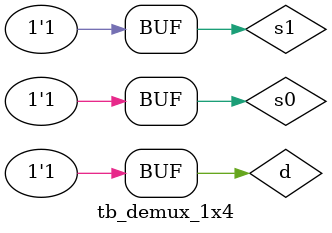
<source format=v>
`timescale 1ns / 1ps


module tb_demux_1x4;
    reg d, s0, s1;
    wire y0, y1, y2, y3;

    demux_1x4 uut (
        .d(d), .s0(s0), .s1(s1),
        .y0(y0), .y1(y1), .y2(y2), .y3(y3)
    );

    initial begin
        d=1;
        s1=0; s0=0; #10;
        s1=0; s0=1; #10;
        s1=1; s0=0; #10;
        s1=1; s0=1; #10;
    end
endmodule

</source>
